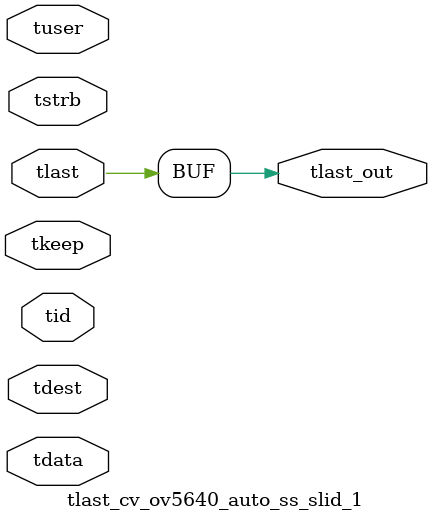
<source format=v>


`timescale 1ps/1ps

module tlast_cv_ov5640_auto_ss_slid_1 #
(
parameter C_S_AXIS_TID_WIDTH   = 1,
parameter C_S_AXIS_TUSER_WIDTH = 0,
parameter C_S_AXIS_TDATA_WIDTH = 0,
parameter C_S_AXIS_TDEST_WIDTH = 0
)
(
input  [(C_S_AXIS_TID_WIDTH   == 0 ? 1 : C_S_AXIS_TID_WIDTH)-1:0       ] tid,
input  [(C_S_AXIS_TDATA_WIDTH == 0 ? 1 : C_S_AXIS_TDATA_WIDTH)-1:0     ] tdata,
input  [(C_S_AXIS_TUSER_WIDTH == 0 ? 1 : C_S_AXIS_TUSER_WIDTH)-1:0     ] tuser,
input  [(C_S_AXIS_TDEST_WIDTH == 0 ? 1 : C_S_AXIS_TDEST_WIDTH)-1:0     ] tdest,
input  [(C_S_AXIS_TDATA_WIDTH/8)-1:0 ] tkeep,
input  [(C_S_AXIS_TDATA_WIDTH/8)-1:0 ] tstrb,
input  [0:0]                                                             tlast,
output                                                                   tlast_out
);

assign tlast_out = {tlast};

endmodule


</source>
